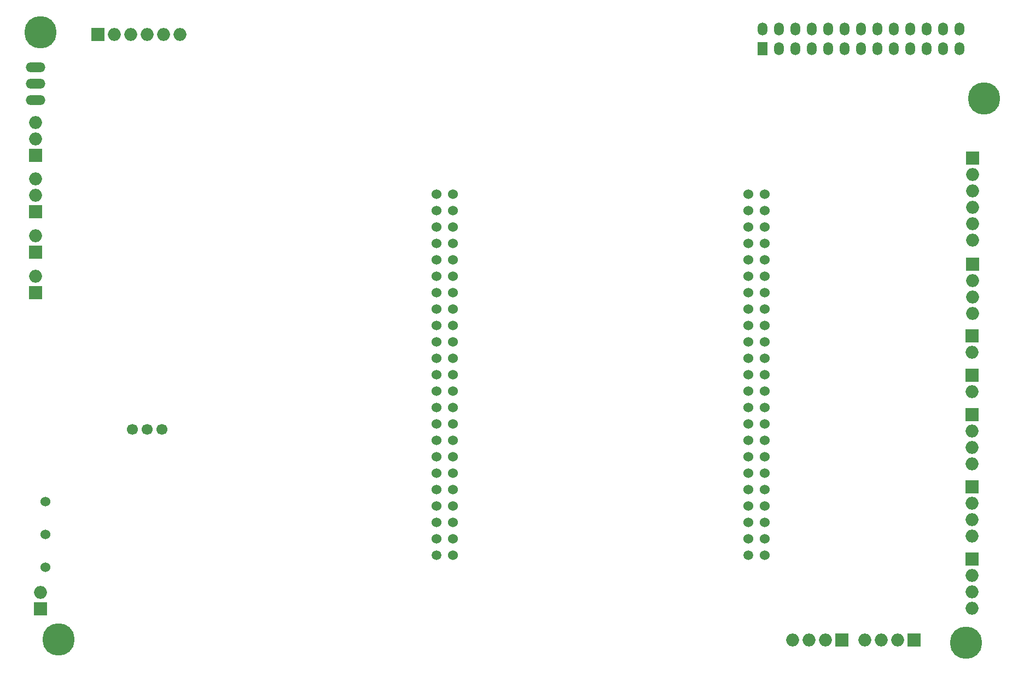
<source format=gbs>
G04 #@! TF.FileFunction,Soldermask,Bot*
%FSLAX46Y46*%
G04 Gerber Fmt 4.6, Leading zero omitted, Abs format (unit mm)*
G04 Created by KiCad (PCBNEW (2015-09-09 BZR 6176)-product) date Jeudi 01 octobre 2015 15:16:34*
%MOMM*%
G01*
G04 APERTURE LIST*
%ADD10C,0.100000*%
%ADD11O,3.014980X1.506220*%
%ADD12C,1.699260*%
%ADD13C,1.524000*%
%ADD14C,1.500000*%
%ADD15O,1.998980X1.998980*%
%ADD16R,1.998980X1.998980*%
%ADD17O,1.500000X2.000000*%
%ADD18R,1.500000X2.000000*%
%ADD19C,5.000000*%
G04 APERTURE END LIST*
D10*
D11*
X65465000Y-46920000D03*
X65465000Y-49460000D03*
X65465000Y-52000000D03*
D12*
X82750000Y-103000000D03*
X80458920Y-103000000D03*
X85041080Y-103000000D03*
D13*
X67000000Y-119250000D03*
X67000000Y-124330000D03*
X67000000Y-114170000D03*
D14*
X175820400Y-122449800D03*
D13*
X178360400Y-66569800D03*
X175820400Y-66569800D03*
X178360400Y-69109800D03*
X175820400Y-69109800D03*
X178360400Y-71649800D03*
X175820400Y-71649800D03*
X178360400Y-86889800D03*
X178360400Y-74189800D03*
X175820400Y-74189800D03*
X175820400Y-112289800D03*
X175820400Y-114829800D03*
X175820400Y-117369800D03*
X175820400Y-119909800D03*
X175820400Y-76729800D03*
X175820400Y-79269800D03*
X178360400Y-76729800D03*
X178360400Y-79269800D03*
X178360400Y-81809800D03*
X178360400Y-84349800D03*
X178360400Y-89429800D03*
X175820400Y-81809800D03*
X178360400Y-91969800D03*
X178360400Y-94509800D03*
X175820400Y-84349800D03*
X178360400Y-97049800D03*
X175820400Y-86889800D03*
X178360400Y-99589800D03*
X175820400Y-89429800D03*
X178360400Y-102129800D03*
X175820400Y-91969800D03*
X178360400Y-104669800D03*
X175820400Y-94509800D03*
X178360400Y-107209800D03*
X175820400Y-97049800D03*
X178360400Y-109749800D03*
X175820400Y-99589800D03*
X178360400Y-112289800D03*
X175820400Y-102129800D03*
X178360400Y-114829800D03*
X175820400Y-104669800D03*
X178360400Y-117369800D03*
X175820400Y-107209800D03*
X178360400Y-119909800D03*
X175820400Y-109749800D03*
X178360400Y-122449800D03*
X130100400Y-122449800D03*
X127560400Y-109749800D03*
X130100400Y-119909800D03*
X127560400Y-107209800D03*
X130100400Y-117369800D03*
X127560400Y-104669800D03*
X130100400Y-114829800D03*
X127560400Y-102129800D03*
X130100400Y-112289800D03*
X127560400Y-99589800D03*
X130100400Y-109749800D03*
X127560400Y-97049800D03*
X130100400Y-107209800D03*
X127560400Y-94509800D03*
X130100400Y-104669800D03*
X127560400Y-91969800D03*
X130100400Y-102129800D03*
X127560400Y-89429800D03*
X130100400Y-99589800D03*
X127560400Y-86889800D03*
X130100400Y-97049800D03*
X127560400Y-84349800D03*
X130100400Y-94509800D03*
X130100400Y-91969800D03*
X127560400Y-81809800D03*
X130100400Y-89429800D03*
X130100400Y-84349800D03*
X130100400Y-81809800D03*
X130100400Y-79269800D03*
X130100400Y-76729800D03*
X127560400Y-79269800D03*
X127560400Y-76729800D03*
X127560400Y-119909800D03*
X127560400Y-117369800D03*
X127560400Y-114829800D03*
X127560400Y-112289800D03*
X127560400Y-74189800D03*
X130100400Y-74189800D03*
X130100400Y-86889800D03*
X127560400Y-71649800D03*
X130100400Y-71649800D03*
X127560400Y-69109800D03*
X130100400Y-69109800D03*
X127560400Y-66569800D03*
X130100400Y-66569800D03*
D14*
X127560400Y-122449800D03*
D15*
X65500000Y-79230000D03*
D16*
X65500000Y-81770000D03*
D15*
X210466000Y-97126000D03*
D16*
X210466000Y-94586000D03*
D15*
X66250000Y-128230000D03*
D16*
X66250000Y-130770000D03*
D15*
X210466000Y-108302000D03*
D16*
X210466000Y-100682000D03*
D15*
X210466000Y-103222000D03*
X210466000Y-105762000D03*
X210466000Y-130654000D03*
D16*
X210466000Y-123034000D03*
D15*
X210466000Y-125574000D03*
X210466000Y-128114000D03*
X82755000Y-41840000D03*
D16*
X75135000Y-41840000D03*
D15*
X77675000Y-41840000D03*
X80215000Y-41840000D03*
X85295000Y-41840000D03*
X87835000Y-41840000D03*
X210529500Y-68614500D03*
D16*
X210529500Y-60994500D03*
D15*
X210529500Y-63534500D03*
X210529500Y-66074500D03*
X210529500Y-71154500D03*
X210529500Y-73694500D03*
X210529500Y-84997500D03*
D16*
X210529500Y-77377500D03*
D15*
X210529500Y-79917500D03*
X210529500Y-82457500D03*
X182653000Y-135607000D03*
D16*
X190273000Y-135607000D03*
D15*
X187733000Y-135607000D03*
X185193000Y-135607000D03*
X65500000Y-64210000D03*
D16*
X65500000Y-69290000D03*
D15*
X65500000Y-66750000D03*
X193829000Y-135607000D03*
D16*
X201449000Y-135607000D03*
D15*
X198909000Y-135607000D03*
X196369000Y-135607000D03*
X210466000Y-119478000D03*
D16*
X210466000Y-111858000D03*
D15*
X210466000Y-114398000D03*
X210466000Y-116938000D03*
X65500000Y-55460000D03*
D16*
X65500000Y-60540000D03*
D15*
X65500000Y-58000000D03*
X210466000Y-91030000D03*
D16*
X210466000Y-88490000D03*
D15*
X65500000Y-72980000D03*
D16*
X65500000Y-75520000D03*
D17*
X208490000Y-44020000D03*
X208490000Y-40980000D03*
X205950000Y-40980000D03*
X205950000Y-44020000D03*
X203410000Y-44020000D03*
X203410000Y-40980000D03*
X200870000Y-40980000D03*
X200870000Y-44020000D03*
X198330000Y-44020000D03*
X198330000Y-40980000D03*
X195790000Y-40980000D03*
X195790000Y-44020000D03*
X193250000Y-44020000D03*
X193250000Y-40980000D03*
X190710000Y-40980000D03*
X190710000Y-44020000D03*
X188170000Y-44020000D03*
X188170000Y-40980000D03*
X185630000Y-40980000D03*
X185630000Y-44020000D03*
D18*
X178010000Y-44020000D03*
D17*
X178010000Y-40980000D03*
X180550000Y-44020000D03*
X180550000Y-40980000D03*
X183090000Y-44020000D03*
X183090000Y-40980000D03*
D19*
X66250000Y-41500000D03*
X209500000Y-136000000D03*
X69000000Y-135500000D03*
X212250000Y-51750000D03*
M02*

</source>
